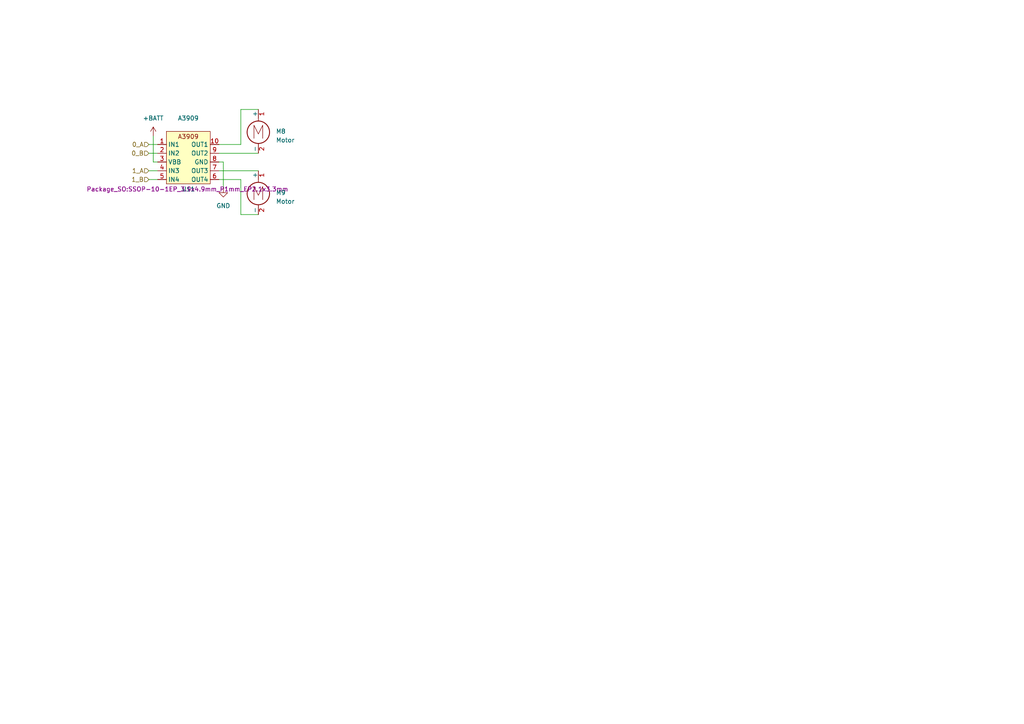
<source format=kicad_sch>
(kicad_sch (version 20250114) (generator "eeschema") (generator_version "9.0")
  (paper "A4")
  (lib_symbols
    (symbol "Motor:Motor_DC" (pin_names (offset 0))
      (property "Reference" "M" (at 2.54 2.54 0))
      (property "Value" "Motor_DC" (at 2.54 -5.08 0))
      (symbol "Motor_DC_0_0"
        (polyline (pts (xy -1.27 -3.302) (xy -1.27 0.508) (xy 0 -2.032) (xy 1.27 0.508) (xy 1.27 -3.302)))
      )
      (symbol "Motor_DC_0_1"
        (polyline (pts (xy 0 2.032) (xy 0 2.54)))
        (polyline (pts (xy 0 1.7272) (xy 0 2.0828)))
        (circle (center 0 -1.524) (radius 3.2512) (stroke (width 0.254)))
        (polyline (pts (xy 0 -4.7752) (xy 0 -5.1816)))
        (polyline (pts (xy 0 -7.62) (xy 0 -7.112)))
      )
      (symbol "Motor_DC_1_1"
        (pin passive line (at 0 5.08 270) (length 2.54) (name "+") (number "1"))
        (pin passive line (at 0 -7.62 90) (length 2.54) (name "-") (number "2"))
      )
    )
    (symbol "Nautilus:A3909"
      (property "Reference" "U" (at 0.254 18.796 0))
      (property "Footprint" "Package_SO:SSOP-10-1EP_3.9x4.9mm_P1mm_EP2.1x3.3mm" (at -0.254 -9.144 0))
      (symbol "A3909_0_1"
        (rectangle (start -6.35 7.62) (end 6.35 -7.62) (fill (type color) (color 255 255 194 1)))
      )
      (symbol "A3909_1_1"
        (text "A3909" (at 0 6.096 0) (effects (font (size 1.27 1.27))))
        (pin input line (at -8.89 3.81 0) (length 2.54) (name "IN1") (number "1"))
        (pin input line (at -8.89 1.27 0) (length 2.54) (name "IN2") (number "2"))
        (pin power_in line (at -8.89 -1.27 0) (length 2.54) (name "VBB") (number "3"))
        (pin input line (at -8.89 -3.81 0) (length 2.54) (name "IN3") (number "4"))
        (pin input line (at -8.89 -6.35 0) (length 2.54) (name "IN4") (number "5"))
        (pin output line (at 8.89 3.81 180) (length 2.54) (name "OUT1") (number "10"))
        (pin output line (at 8.89 1.27 180) (length 2.54) (name "OUT2") (number "9"))
        (pin passive line (at 8.89 -1.27 180) (length 2.54) (hide yes) (name "Thermal_Pad") (number "11"))
        (pin power_in line (at 8.89 -1.27 180) (length 2.54) (name "GND") (number "8"))
        (pin output line (at 8.89 -3.81 180) (length 2.54) (name "OUT3") (number "7"))
        (pin output line (at 8.89 -6.35 180) (length 2.54) (name "OUT4") (number "6"))
      )
    )
    (symbol "power:+BATT" (power) (pin_numbers (hide yes)) (pin_names (offset 0) (hide yes))
      (property "Value" "+BATT" (at 0 3.556 0))
      (symbol "+BATT_0_1"
        (polyline (pts (xy -0.762 1.27) (xy 0 2.54)))
        (polyline (pts (xy 0 2.54) (xy 0.762 1.27)))
        (polyline (pts (xy 0 0) (xy 0 2.54)))
      )
      (symbol "+BATT_1_1"
        (pin power_in line (at 0 0 90) (length 0) (name "~") (number "1"))
      )
    )
    (symbol "power:GND" (power) (pin_numbers (hide yes)) (pin_names (offset 0) (hide yes))
      (property "Value" "GND" (at 0 -3.81 0))
      (symbol "GND_0_1"
        (polyline (pts (xy 0 0) (xy 0 -1.27) (xy 1.27 -1.27) (xy 0 -2.54) (xy -1.27 -1.27) (xy 0 -1.27)))
      )
      (symbol "GND_1_1"
        (pin power_in line (at 0 0 270) (length 0) (name "~") (number "1"))
      )
    )
  )
  (wire (pts (xy 69.85 31.75) (xy 74.93 31.75)))
  (wire (pts (xy 43.18 41.91) (xy 45.72 41.91)))
  (wire (pts (xy 63.5 52.07) (xy 69.85 52.07)))
  (wire (pts (xy 44.45 46.99) (xy 45.72 46.99)))
  (wire (pts (xy 64.77 46.99) (xy 64.77 54.61)))
  (wire (pts (xy 63.5 41.91) (xy 69.85 41.91)))
  (wire (pts (xy 43.18 49.53) (xy 45.72 49.53)))
  (wire (pts (xy 44.45 39.37) (xy 44.45 46.99)))
  (wire (pts (xy 43.18 52.07) (xy 45.72 52.07)))
  (wire (pts (xy 69.85 41.91) (xy 69.85 31.75)))
  (wire (pts (xy 63.5 46.99) (xy 64.77 46.99)))
  (wire (pts (xy 69.85 62.23) (xy 74.93 62.23)))
  (wire (pts (xy 63.5 49.53) (xy 74.93 49.53)))
  (wire (pts (xy 63.5 44.45) (xy 74.93 44.45)))
  (wire (pts (xy 43.18 44.45) (xy 45.72 44.45)))
  (wire (pts (xy 69.85 52.07) (xy 69.85 62.23)))
  (hierarchical_label "1_A" (shape input) (at 43.18 49.53 180))
  (hierarchical_label "1_B" (shape input) (at 43.18 52.07 180))
  (hierarchical_label "0_B" (shape input) (at 43.18 44.45 180))
  (hierarchical_label "0_A" (shape input) (at 43.18 41.91 180))
  (symbol (lib_id "Motor:Motor_DC") (at 74.93 36.83 0) (unit 1)
    (property "Reference" "M4" (at 80.01 38.0999 0) (effects (justify left)))
    (property "Value" "Motor" (at 80.01 40.6399 0) (effects (justify left)))
    (property "Footprint" "Connector_Molex:Molex_Mega-Fit_76829-0002_2x01_P5.70mm_Vertical" (effects (hide yes)))
    (property "Description" "DC Motor" (effects (hide yes)))
    (instances (project "Avionics" (path "" (reference "M8") (unit 1)) (path "" (reference "M4") (unit 1))))
  )
  (symbol (lib_id "power:GND") (at 64.77 54.61 0) (unit 1)
    (property "Reference" "#PWR019" (effects (hide yes)))
    (property "Value" "GND" (at 64.77 59.69 0))
    (property "Description" "Power symbol creates a global label with name \"GND\" , ground" (effects (hide yes)))
    (instances (project "Avionics" (path "" (reference "#PWR023") (unit 1)) (path "" (reference "#PWR019") (unit 1))))
  )
  (symbol (lib_id "power:+BATT") (at 44.45 39.37 0) (unit 1)
    (property "Reference" "#PWR018" (effects (hide yes)))
    (property "Value" "+BATT" (at 44.45 34.29 0))
    (property "Description" "Power symbol creates a global label with name \"+BATT\"" (effects (hide yes)))
    (instances (project "Avionics" (path "" (reference "#PWR022") (unit 1)) (path "" (reference "#PWR018") (unit 1))))
  )
  (symbol (lib_id "Nautilus:A3909") (at 54.61 45.72 0) (unit 1)
    (property "Reference" "U9" (at 54.61 54.864 0))
    (property "Value" "A3909" (at 54.61 34.29 0))
    (property "Footprint" "Package_SO:SSOP-10-1EP_3.9x4.9mm_P1mm_EP2.1x3.3mm" (at 54.356 54.864 0))
    (property "Datasheet" "https://www.allegromicro.com/~/media/Files/Datasheets/A3909-Datasheet.ashx" (effects (hide yes)))
    (instances (project "Avionics" (path "" (reference "U11") (unit 1)) (path "" (reference "U9") (unit 1))))
  )
  (symbol (lib_id "Motor:Motor_DC") (at 74.93 54.61 0) (unit 1)
    (property "Reference" "M5" (at 80.01 55.8799 0) (effects (justify left)))
    (property "Value" "Motor" (at 80.01 58.4199 0) (effects (justify left)))
    (property "Footprint" "Connector_Molex:Molex_Mega-Fit_76829-0002_2x01_P5.70mm_Vertical" (effects (hide yes)))
    (property "Description" "DC Motor" (effects (hide yes)))
    (instances (project "Avionics" (path "" (reference "M9") (unit 1)) (path "" (reference "M5") (unit 1))))
  )
)
</source>
